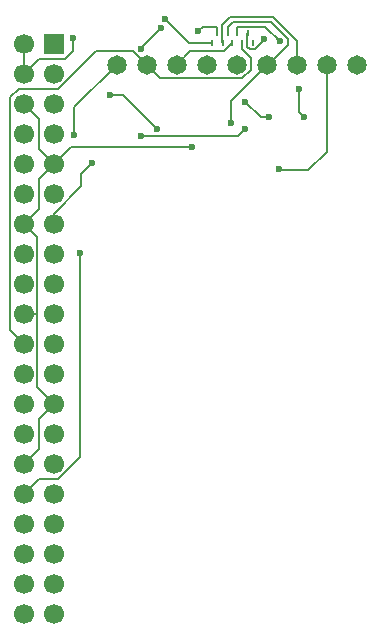
<source format=gbr>
%TF.GenerationSoftware,KiCad,Pcbnew,9.0.4-9.0.4-0~ubuntu22.04.1*%
%TF.CreationDate,2025-10-27T10:58:52+05:30*%
%TF.ProjectId,Pin_Socket,50696e5f-536f-4636-9b65-742e6b696361,rev?*%
%TF.SameCoordinates,Original*%
%TF.FileFunction,Copper,L1,Top*%
%TF.FilePolarity,Positive*%
%FSLAX46Y46*%
G04 Gerber Fmt 4.6, Leading zero omitted, Abs format (unit mm)*
G04 Created by KiCad (PCBNEW 9.0.4-9.0.4-0~ubuntu22.04.1) date 2025-10-27 10:58:52*
%MOMM*%
%LPD*%
G01*
G04 APERTURE LIST*
%TA.AperFunction,ComponentPad*%
%ADD10R,1.700000X1.700000*%
%TD*%
%TA.AperFunction,ComponentPad*%
%ADD11C,1.700000*%
%TD*%
%TA.AperFunction,SMDPad,CuDef*%
%ADD12R,0.250000X0.500000*%
%TD*%
%TA.AperFunction,ComponentPad*%
%ADD13C,1.650000*%
%TD*%
%TA.AperFunction,ViaPad*%
%ADD14C,0.600000*%
%TD*%
%TA.AperFunction,Conductor*%
%ADD15C,0.200000*%
%TD*%
G04 APERTURE END LIST*
D10*
%TO.P,J1,1,Pin_1*%
%TO.N,3v3 power_1*%
X133770000Y-65294200D03*
D11*
%TO.P,J1,2,Pin_2*%
%TO.N,5V_Power*%
X131230000Y-65294200D03*
%TO.P,J1,3,Pin_3*%
%TO.N,SDA*%
X133770000Y-67834200D03*
%TO.P,J1,4,Pin_4*%
%TO.N,5V_Power*%
X131230000Y-67834200D03*
%TO.P,J1,5,Pin_5*%
%TO.N,SCL*%
X133770000Y-70374200D03*
%TO.P,J1,6,Pin_6*%
%TO.N,GND*%
X131230000Y-70374200D03*
%TO.P,J1,7,Pin_7*%
%TO.N,unconnected-(J1-Pin_7-Pad7)*%
X133770000Y-72914200D03*
%TO.P,J1,8,Pin_8*%
%TO.N,unconnected-(J1-Pin_8-Pad8)*%
X131230000Y-72914200D03*
%TO.P,J1,9,Pin_9*%
%TO.N,GND*%
X133770000Y-75454200D03*
%TO.P,J1,10,Pin_10*%
%TO.N,unconnected-(J1-Pin_10-Pad10)*%
X131230000Y-75454200D03*
%TO.P,J1,11,Pin_11*%
%TO.N,M5_ZOOM_OUT*%
X133770000Y-77994200D03*
%TO.P,J1,12,Pin_12*%
%TO.N,unconnected-(J1-Pin_12-Pad12)*%
X131230000Y-77994200D03*
%TO.P,J1,13,Pin_13*%
%TO.N,M4_ZOOM_IN*%
X133770000Y-80534200D03*
%TO.P,J1,14,Pin_14*%
%TO.N,GND*%
X131230000Y-80534200D03*
%TO.P,J1,15,Pin_15*%
%TO.N,M2_LED_OFF*%
X133770000Y-83074200D03*
%TO.P,J1,16,Pin_16*%
%TO.N,M9_PWR_IND*%
X131230000Y-83074200D03*
%TO.P,J1,17,Pin_17*%
%TO.N,unconnected-(J1-Pin_17-Pad17)*%
X133770000Y-85614200D03*
%TO.P,J1,18,Pin_18*%
%TO.N,M1_WIFI_IND*%
X131230000Y-85614200D03*
%TO.P,J1,19,Pin_19*%
%TO.N,unconnected-(J1-Pin_19-Pad19)*%
X133770000Y-88154200D03*
%TO.P,J1,20,Pin_20*%
%TO.N,GND*%
X131230000Y-88154200D03*
%TO.P,J1,21,Pin_21*%
%TO.N,unconnected-(J1-Pin_21-Pad21)*%
X133770000Y-90694200D03*
%TO.P,J1,22,Pin_22*%
%TO.N,M8_LED_ON*%
X131230000Y-90694200D03*
%TO.P,J1,23,Pin_23*%
%TO.N,unconnected-(J1-Pin_23-Pad23)*%
X133770000Y-93234200D03*
%TO.P,J1,24,Pin_24*%
%TO.N,unconnected-(J1-Pin_24-Pad24)*%
X131230000Y-93234200D03*
%TO.P,J1,25,Pin_25*%
%TO.N,GND*%
X133770000Y-95774200D03*
%TO.P,J1,26,Pin_26*%
%TO.N,unconnected-(J1-Pin_26-Pad26)*%
X131230000Y-95774200D03*
%TO.P,J1,27,Pin_27*%
%TO.N,unconnected-(J1-Pin_27-Pad27)*%
X133770000Y-98314200D03*
%TO.P,J1,28,Pin_28*%
%TO.N,unconnected-(J1-Pin_28-Pad28)*%
X131230000Y-98314200D03*
%TO.P,J1,29,Pin_29*%
%TO.N,unconnected-(J1-Pin_29-Pad29)*%
X133770000Y-100854200D03*
%TO.P,J1,30,Pin_30*%
%TO.N,GND*%
X131230000Y-100854200D03*
%TO.P,J1,31,Pin_31*%
%TO.N,unconnected-(J1-Pin_31-Pad31)*%
X133770000Y-103394200D03*
%TO.P,J1,32,Pin_32*%
%TO.N,PWM0*%
X131230000Y-103394200D03*
%TO.P,J1,33,Pin_33*%
%TO.N,unconnected-(J1-Pin_33-Pad33)*%
X133770000Y-105934200D03*
%TO.P,J1,34,Pin_34*%
%TO.N,GND*%
X131230000Y-105934200D03*
%TO.P,J1,35,Pin_35*%
%TO.N,unconnected-(J1-Pin_35-Pad35)*%
X133770000Y-108474200D03*
%TO.P,J1,36,Pin_36*%
%TO.N,unconnected-(J1-Pin_36-Pad36)*%
X131230000Y-108474200D03*
%TO.P,J1,37,Pin_37*%
%TO.N,unconnected-(J1-Pin_37-Pad37)*%
X133770000Y-111014200D03*
%TO.P,J1,38,Pin_38*%
%TO.N,unconnected-(J1-Pin_38-Pad38)*%
X131230000Y-111014200D03*
%TO.P,J1,39,Pin_39*%
%TO.N,GND*%
X133770000Y-113554200D03*
%TO.P,J1,40,Pin_40*%
%TO.N,unconnected-(J1-Pin_40-Pad40)*%
X131230000Y-113554200D03*
%TD*%
D12*
%TO.P,IC1,1,LINE-1*%
%TO.N,M1_WIFI_IND*%
X147199800Y-65191100D03*
%TO.P,IC1,2,LINE-3*%
%TO.N,M3_PWR_BTN*%
X148099800Y-65191100D03*
%TO.P,IC1,3,GND*%
%TO.N,GND*%
X148899800Y-65191100D03*
%TO.P,IC1,4,LINE-6*%
%TO.N,M8_LED_ON*%
X149699800Y-65191100D03*
%TO.P,IC1,5,LINE-8*%
%TO.N,unconnected-(IC1-LINE-8-Pad5)*%
X150599800Y-65191100D03*
%TO.P,IC1,6,LINE-7*%
%TO.N,M9_PWR_IND*%
X150199800Y-64391100D03*
%TO.P,IC1,7,LINE-5*%
%TO.N,M5_ZOOM_OUT*%
X149299800Y-64391100D03*
%TO.P,IC1,8,LINE-4*%
%TO.N,M4_ZOOM_IN*%
X148499800Y-64391100D03*
%TO.P,IC1,9,LINE-2*%
%TO.N,M2_LED_OFF*%
X147599800Y-64391100D03*
%TD*%
D13*
%TO.P,J3,1*%
%TO.N,M1_WIFI_IND*%
X159430000Y-67054200D03*
%TO.P,J3,2*%
%TO.N,M2_LED_OFF*%
X156890000Y-67054200D03*
%TO.P,J3,3*%
%TO.N,M3_PWR_BTN*%
X154350000Y-67054200D03*
%TO.P,J3,4*%
%TO.N,M4_ZOOM_IN*%
X151810000Y-67054200D03*
%TO.P,J3,5*%
%TO.N,M5_ZOOM_OUT*%
X149270000Y-67054200D03*
%TO.P,J3,6*%
%TO.N,unconnected-(J3-Pad6)*%
X146730000Y-67054200D03*
%TO.P,J3,7*%
%TO.N,GND*%
X144190000Y-67054200D03*
%TO.P,J3,8*%
%TO.N,M8_LED_ON*%
X141650000Y-67054200D03*
%TO.P,J3,9*%
%TO.N,M9_PWR_IND*%
X139110000Y-67054200D03*
%TD*%
D14*
%TO.N,5V_Power*%
X135360500Y-64810100D03*
X155000000Y-71500000D03*
X154570700Y-69159800D03*
%TO.N,PWM0*%
X136000000Y-83000000D03*
%TO.N,GND*%
X152000000Y-71500000D03*
X145500000Y-74000000D03*
X150000000Y-70200000D03*
%TO.N,M5_ZOOM_OUT*%
X152943200Y-65094100D03*
%TO.N,M4_ZOOM_IN*%
X148750000Y-72013600D03*
X137000000Y-75400000D03*
%TO.N,M9_PWR_IND*%
X141125300Y-65699800D03*
X135500000Y-73000000D03*
X151599300Y-64869000D03*
X142833200Y-63958800D03*
%TO.N,M1_WIFI_IND*%
X143211600Y-63203300D03*
%TO.N,M2_LED_OFF*%
X152826342Y-75900000D03*
X146012900Y-64248900D03*
%TO.N,SDA*%
X142500000Y-72500000D03*
X138500000Y-69600000D03*
%TO.N,3v3 power_1*%
X141148004Y-73106378D03*
X150000000Y-72500000D03*
%TD*%
D15*
%TO.N,5V_Power*%
X135360500Y-64810100D02*
X135360500Y-65891700D01*
X132500000Y-66564200D02*
X131230000Y-67834200D01*
X131230000Y-65294200D02*
X131230000Y-67834200D01*
X135360500Y-65891700D02*
X134688000Y-66564200D01*
X134688000Y-66564200D02*
X132500000Y-66564200D01*
X154570700Y-71070700D02*
X154570700Y-69159800D01*
X155000000Y-71500000D02*
X154570700Y-71070700D01*
%TO.N,PWM0*%
X136000000Y-100265100D02*
X134140900Y-102124200D01*
X134140900Y-102124200D02*
X132500000Y-102124200D01*
X132500000Y-102124200D02*
X131230000Y-103394200D01*
X136000000Y-83000000D02*
X136000000Y-100265100D01*
%TO.N,GND*%
X145316000Y-65928200D02*
X144190000Y-67054200D01*
X135224000Y-74000000D02*
X145500000Y-74000000D01*
X148163000Y-65928200D02*
X145316000Y-65928200D01*
X131230000Y-88154200D02*
X132381700Y-88154200D01*
X132381700Y-81685900D02*
X132381700Y-88154200D01*
X132500200Y-74184400D02*
X133770000Y-75454200D01*
X152000000Y-71500000D02*
X151300000Y-71500000D01*
X132500200Y-71644400D02*
X132500200Y-74184400D01*
X148899900Y-65191200D02*
X148163000Y-65928200D01*
X132518800Y-76705400D02*
X133770000Y-75454200D01*
X133770000Y-95774200D02*
X132500000Y-97044200D01*
X132500000Y-97044200D02*
X132500000Y-99584200D01*
X131230000Y-80534200D02*
X132381700Y-81685900D01*
X133770000Y-75454200D02*
X135224000Y-74000000D01*
X148900000Y-65191100D02*
X148899900Y-65191200D01*
X148899800Y-65191100D02*
X148899900Y-65191200D01*
X132381700Y-88154200D02*
X132381700Y-94385900D01*
X132518800Y-79245400D02*
X132518800Y-76705400D01*
X132381700Y-94385900D02*
X133770000Y-95774200D01*
X131230000Y-70374200D02*
X132500200Y-71644400D01*
X151300000Y-71500000D02*
X150000000Y-70200000D01*
X131230000Y-80534200D02*
X132518800Y-79245400D01*
X132500000Y-99584200D02*
X131230000Y-100854200D01*
%TO.N,M5_ZOOM_OUT*%
X152704200Y-64855100D02*
X152943200Y-65094100D01*
X149299800Y-64391100D02*
X149299800Y-63839400D01*
X152943200Y-65094100D02*
X152704200Y-64855100D01*
X151688500Y-63839400D02*
X152943200Y-65094100D01*
X149299800Y-63839400D02*
X151688500Y-63839400D01*
%TO.N,M4_ZOOM_IN*%
X148499800Y-64391100D02*
X148499800Y-63839400D01*
X151941400Y-67054200D02*
X153580000Y-65415600D01*
X136100000Y-76300000D02*
X136100000Y-77367600D01*
X153580000Y-65415600D02*
X153580000Y-64879800D01*
X137000000Y-75400000D02*
X136100000Y-76300000D01*
X152133300Y-63433100D02*
X148906100Y-63433100D01*
X151810000Y-67054200D02*
X151941400Y-67054200D01*
X133770000Y-79697600D02*
X133770000Y-80534200D01*
X148750100Y-70114100D02*
X151810000Y-67054200D01*
X148906100Y-63433100D02*
X148499800Y-63839400D01*
X136100000Y-77367600D02*
X133770000Y-79697600D01*
X148750000Y-72013600D02*
X148750100Y-72013600D01*
X148750100Y-72013600D02*
X148750100Y-70114100D01*
X153580000Y-64879800D02*
X152133300Y-63433100D01*
%TO.N,M3_PWR_BTN*%
X152299700Y-63031400D02*
X148728500Y-63031400D01*
X154350000Y-67054200D02*
X154350000Y-65081700D01*
X154350000Y-65081700D02*
X152299700Y-63031400D01*
X148049800Y-63710100D02*
X148049800Y-65141100D01*
X148728500Y-63031400D02*
X148049800Y-63710100D01*
X148049800Y-65141100D02*
X148099800Y-65191100D01*
%TO.N,M9_PWR_IND*%
X150849900Y-65742800D02*
X150349800Y-65742800D01*
X141125300Y-65699800D02*
X141125300Y-65666700D01*
X150349800Y-65742800D02*
X150173100Y-65566100D01*
X150173100Y-65566100D02*
X150173100Y-64417800D01*
X141125300Y-65666700D02*
X142833200Y-63958800D01*
X151599300Y-64869000D02*
X151599300Y-64993400D01*
X135500000Y-70664200D02*
X135500000Y-73000000D01*
X151599300Y-64993400D02*
X150849900Y-65742800D01*
X139110000Y-67054200D02*
X135500000Y-70664200D01*
X150173100Y-64417800D02*
X150199800Y-64391100D01*
%TO.N,M8_LED_ON*%
X140496700Y-65922000D02*
X141628900Y-67054200D01*
X149699800Y-65742800D02*
X150436900Y-66479900D01*
X141628900Y-67054200D02*
X141650000Y-67054200D01*
X149699800Y-65191100D02*
X149699800Y-65742800D01*
X150436900Y-67491300D02*
X149737000Y-68191200D01*
X130078300Y-89542500D02*
X130078300Y-69842000D01*
X149737000Y-68191200D02*
X142787000Y-68191200D01*
X142787000Y-68191200D02*
X141650000Y-67054200D01*
X131230000Y-90694200D02*
X130078300Y-89542500D01*
X130078300Y-69842000D02*
X130816100Y-69104200D01*
X134166300Y-69104200D02*
X137348500Y-65922000D01*
X150436900Y-66479900D02*
X150436900Y-67491300D01*
X137348500Y-65922000D02*
X140496700Y-65922000D01*
X130816100Y-69104200D02*
X134166300Y-69104200D01*
%TO.N,M1_WIFI_IND*%
X143211600Y-63203300D02*
X145199400Y-65191100D01*
X145199400Y-65191100D02*
X147199800Y-65191100D01*
%TO.N,M2_LED_OFF*%
X147599800Y-63839400D02*
X146422400Y-63839400D01*
X152926342Y-76000000D02*
X155329600Y-76000000D01*
X155329600Y-76000000D02*
X156890000Y-74439600D01*
X156890000Y-74439600D02*
X156890000Y-67054200D01*
X147599800Y-64391100D02*
X147599800Y-63839400D01*
X152826342Y-75900000D02*
X152926342Y-76000000D01*
X146422400Y-63839400D02*
X146012900Y-64248900D01*
%TO.N,SDA*%
X139600000Y-69600000D02*
X142500000Y-72500000D01*
X138500000Y-69600000D02*
X139600000Y-69600000D01*
%TO.N,3v3 power_1*%
X149393622Y-73106378D02*
X150000000Y-72500000D01*
X141148004Y-73106378D02*
X149393622Y-73106378D01*
%TD*%
M02*

</source>
